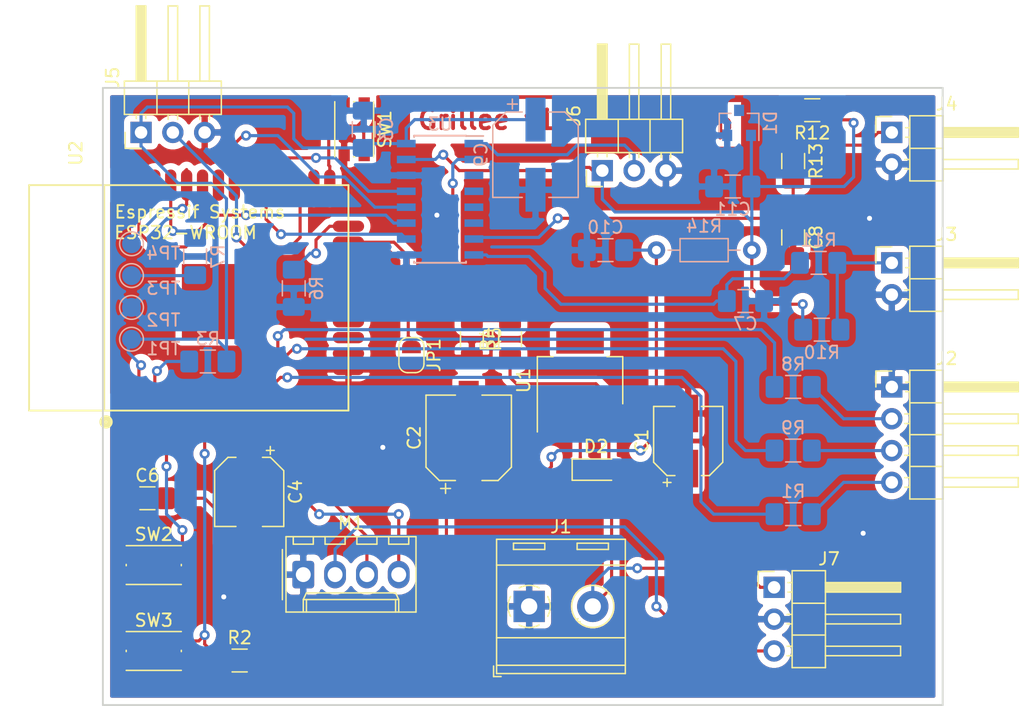
<source format=kicad_pcb>
(kicad_pcb (version 20171130) (host pcbnew 5.1.6-c6e7f7d~87~ubuntu20.04.1)
  (layers (0 F.Cu signal) (31 B.Cu signal) (34 B.Paste user) (35 F.Paste user) (36 B.SilkS user) (37 F.SilkS user) (38 B.Mask user) (39 F.Mask user) (44 Edge.Cuts user))
  (net 0 "")
  (net 1 GND)
  (net 2 +3V3)
  (net 3 /TXD)
  (net 4 /RXD)
  (net 5 /WEB_UPDATE)
  (net 6 /EN)
  (net 7 "Net-(R6-Pad2)")
  (net 8 "Net-(R7-Pad2)")
  (net 9 /IO0)
  (net 10 +12V)
  (net 11 /FAN_RPM)
  (net 12 /FAN_PWM)
  (net 13 /BUZZER)
  (net 14 /LED_B)
  (net 15 /LED_R)
  (net 16 /LED_G)
  (net 17 /VREF)
  (net 18 /PROBE1)
  (net 19 /PROBE2)
  (net 20 /ADC_DIN)
  (net 21 /ADC_DOUT)
  (net 22 /ADC_CLK)
  (net 23 /ADC_CS)
  (net 24 "Net-(J2-Pad3)")
  (net 25 "Net-(J2-Pad2)")
  (net 26 "Net-(J2-Pad4)")
  (net 27 /ADC_PROBE1)
  (net 28 /ADC_POTI)
  (net 29 /ADC_BATTERY)
  (net 30 /ADC_PROBE2)
  (net 31 "Net-(U2-Pad36)")
  (net 32 "Net-(U2-Pad33)")
  (net 33 "Net-(U2-Pad32)")
  (net 34 "Net-(U2-Pad28)")
  (net 35 "Net-(U2-Pad26)")
  (net 36 "Net-(JP1-Pad1)")
  (net 37 "Net-(U2-Pad22)")
  (net 38 "Net-(U2-Pad21)")
  (net 39 "Net-(U2-Pad20)")
  (net 40 "Net-(U2-Pad19)")
  (net 41 "Net-(U2-Pad18)")
  (net 42 "Net-(U2-Pad17)")
  (net 43 "Net-(U2-Pad16)")
  (net 44 "Net-(U2-Pad14)")
  (net 45 "Net-(U2-Pad13)")
  (net 46 "Net-(U2-Pad7)")
  (net 47 "Net-(U2-Pad5)")
  (net 48 "Net-(U2-Pad4)")
  (net 49 "Net-(U3-Pad3)")
  (net 50 "Net-(U3-Pad4)")
  (net 51 "Net-(U3-Pad5)")
  (net 52 "Net-(U3-Pad6)")
  (net 53 +BATT)
  (module TerminalBlock_RND:TerminalBlock_RND_205-00287_1x02_P5.08mm_Horizontal (layer F.Cu) (at 72.39 119.126)
    (fp_text reference J1 (at 2.54 -6.36) (layer F.SilkS))
    (fp_text value "Power Supply")
    (pad 1 thru_hole rect (at 0 0) (size 2.5 2.5) (drill 1.3) (layers *.Cu *.Mask) (net 1 GND))
    (pad 2 thru_hole circle (at 5.08 0) (size 2.5 2.5) (drill 1.3) (layers *.Cu *.Mask) (net 53 +BATT))
  )
  (module Resistor_SMD:R_1206_3216Metric_Pad1.42x1.75mm_HandSolder (layer B.Cu) (at 95.758 97.028)
    (fp_text reference R10 (at 0 1.82) (layer B.SilkS) (effects (justify mirror)))
    (fp_text value 47k)
    (pad 1 smd roundrect (at -1.4875 0) (size 1.425 1.75) (layers B.Cu B.Paste B.Mask) (roundrect_rratio 0.175439) (net 17 /VREF))
    (pad 2 smd roundrect (at 1.4875 0) (size 1.425 1.75) (layers B.Cu B.Paste B.Mask) (roundrect_rratio 0.175439) (net 18 /PROBE1))
  )
  (module ESP-32:ESP32-WROOM (layer F.Cu) (at 45.212 94.488 270)
    (fp_text reference U2 (at -11.557 9.017 270) (layer F.SilkS))
    (fp_text value ESP-32_WROOM32)
    (fp_text user "Espressif Systems" (at -6.858 -0.889) (layer F.SilkS))
    (fp_text user ESP32-WROOM (at -5.207 0.254) (layer F.SilkS))
    (pad 38 smd oval (at -9 5.25 270) (size 2.5 0.9) (layers F.Cu F.Paste F.Mask) (net 1 GND))
    (pad 37 smd oval (at -9 3.98 270) (size 2.5 0.9) (layers F.Cu F.Paste F.Mask) (net 20 /ADC_DIN))
    (pad 36 smd oval (at -9 2.71 270) (size 2.5 0.9) (layers F.Cu F.Paste F.Mask) (net 31 "Net-(U2-Pad36)"))
    (pad 35 smd oval (at -9 1.44 270) (size 2.5 0.9) (layers F.Cu F.Paste F.Mask) (net 8 "Net-(R7-Pad2)"))
    (pad 34 smd oval (at -9 0.17 270) (size 2.5 0.9) (layers F.Cu F.Paste F.Mask) (net 4 /RXD))
    (pad 33 smd oval (at -9 -1.1 270) (size 2.5 0.9) (layers F.Cu F.Paste F.Mask) (net 32 "Net-(U2-Pad33)"))
    (pad 32 smd oval (at -9 -2.37 270) (size 2.5 0.9) (layers F.Cu F.Paste F.Mask) (net 33 "Net-(U2-Pad32)"))
    (pad 31 smd oval (at -9 -3.64 270) (size 2.5 0.9) (layers F.Cu F.Paste F.Mask) (net 21 /ADC_DOUT))
    (pad 30 smd oval (at -9 -4.91 270) (size 2.5 0.9) (layers F.Cu F.Paste F.Mask) (net 22 /ADC_CLK))
    (pad 29 smd oval (at -9 -6.18 270) (size 2.5 0.9) (layers F.Cu F.Paste F.Mask) (net 23 /ADC_CS))
    (pad 28 smd oval (at -9 -7.45 270) (size 2.5 0.9) (layers F.Cu F.Paste F.Mask) (net 34 "Net-(U2-Pad28)"))
    (pad 27 smd oval (at -9 -8.72 270) (size 2.5 0.9) (layers F.Cu F.Paste F.Mask) (net 13 /BUZZER))
    (pad 26 smd oval (at -9 -9.99 270) (size 2.5 0.9) (layers F.Cu F.Paste F.Mask) (net 35 "Net-(U2-Pad26)"))
    (pad 25 smd oval (at -9 -11.26 270) (size 2.5 0.9) (layers F.Cu F.Paste F.Mask) (net 9 /IO0))
    (pad 24 smd oval (at -5.715 -12.75 270) (size 0.9 2.5) (layers F.Cu F.Paste F.Mask) (net 7 "Net-(R6-Pad2)"))
    (pad 23 smd oval (at -4.445 -12.75 270) (size 0.9 2.5) (layers F.Cu F.Paste F.Mask) (net 36 "Net-(JP1-Pad1)"))
    (pad 22 smd oval (at -3.175 -12.75 270) (size 0.9 2.5) (layers F.Cu F.Paste F.Mask) (net 37 "Net-(U2-Pad22)"))
    (pad 21 smd oval (at -1.905 -12.75 270) (size 0.9 2.5) (layers F.Cu F.Paste F.Mask) (net 38 "Net-(U2-Pad21)"))
    (pad 20 smd oval (at -0.635 -12.75 270) (size 0.9 2.5) (layers F.Cu F.Paste F.Mask) (net 39 "Net-(U2-Pad20)"))
    (pad 19 smd oval (at 0.635 -12.75 270) (size 0.9 2.5) (layers F.Cu F.Paste F.Mask) (net 40 "Net-(U2-Pad19)"))
    (pad 18 smd oval (at 1.905 -12.75 270) (size 0.9 2.5) (layers F.Cu F.Paste F.Mask) (net 41 "Net-(U2-Pad18)"))
    (pad 17 smd oval (at 3.175 -12.75 270) (size 0.9 2.5) (layers F.Cu F.Paste F.Mask) (net 42 "Net-(U2-Pad17)"))
    (pad 16 smd oval (at 4.445 -12.75 270) (size 0.9 2.5) (layers F.Cu F.Paste F.Mask) (net 43 "Net-(U2-Pad16)"))
    (pad 15 smd oval (at 5.715 -12.75 270) (size 0.9 2.5) (layers F.Cu F.Paste F.Mask) (net 1 GND))
    (pad 14 smd oval (at 9 -11.26 270) (size 2.5 0.9) (layers F.Cu F.Paste F.Mask) (net 44 "Net-(U2-Pad14)"))
    (pad 13 smd oval (at 9 -9.99 270) (size 2.5 0.9) (layers F.Cu F.Paste F.Mask) (net 45 "Net-(U2-Pad13)"))
    (pad 12 smd oval (at 9 -8.72 270) (size 2.5 0.9) (layers F.Cu F.Paste F.Mask) (net 11 /FAN_RPM))
    (pad 11 smd oval (at 9 -7.45 270) (size 2.5 0.9) (layers F.Cu F.Paste F.Mask) (net 12 /FAN_PWM))
    (pad 10 smd oval (at 9 -6.18 270) (size 2.5 0.9) (layers F.Cu F.Paste F.Mask) (net 14 /LED_B))
    (pad 9 smd oval (at 9 -4.91 270) (size 2.5 0.9) (layers F.Cu F.Paste F.Mask) (net 16 /LED_G))
    (pad 8 smd oval (at 9 -3.64 270) (size 2.5 0.9) (layers F.Cu F.Paste F.Mask) (net 15 /LED_R))
    (pad 7 smd oval (at 9 -2.37 270) (size 2.5 0.9) (layers F.Cu F.Paste F.Mask) (net 46 "Net-(U2-Pad7)"))
    (pad 6 smd oval (at 9 -1.1 270) (size 2.5 0.9) (layers F.Cu F.Paste F.Mask) (net 5 /WEB_UPDATE))
    (pad 5 smd oval (at 9 0.17 270) (size 2.5 0.9) (layers F.Cu F.Paste F.Mask) (net 47 "Net-(U2-Pad5)"))
    (pad 4 smd oval (at 9 1.44 270) (size 2.5 0.9) (layers F.Cu F.Paste F.Mask) (net 48 "Net-(U2-Pad4)"))
    (pad 3 smd oval (at 9 2.71 270) (size 2.5 0.9) (layers F.Cu F.Paste F.Mask) (net 6 /EN))
    (pad 2 smd oval (at 9 3.98 270) (size 2.5 0.9) (layers F.Cu F.Paste F.Mask) (net 2 +3V3))
    (pad 1 smd oval (at 9 5.25 270) (size 2.5 0.9) (layers F.Cu F.Paste F.Mask) (net 1 GND))
    (pad 39 smd rect (at 0.3 -2.45 270) (size 6 6) (layers F.Cu F.Paste F.Mask))
  )
  (module Capacitor_SMD:CP_Elec_5x4.4 (layer F.Cu) (at 85.09 105.918 90)
    (fp_text reference C1 (at 0 -3.7 90) (layer F.SilkS))
    (fp_text value 10µF)
    (pad 1 smd rect (at -2.2 0 90) (size 3 1.6) (layers F.Cu F.Paste F.Mask) (net 53 +BATT))
    (pad 2 smd rect (at 2.2 0 90) (size 3 1.6) (layers F.Cu F.Paste F.Mask) (net 1 GND))
  )
  (module Capacitor_SMD:CP_Elec_6.3x5.4 (layer F.Cu) (at 67.564 105.664 90)
    (fp_text reference C2 (at 0 -4.35 90) (layer F.SilkS))
    (fp_text value 100µF)
    (pad 1 smd rect (at -2.8 0 90) (size 3.5 1.6) (layers F.Cu F.Paste F.Mask) (net 2 +3V3))
    (pad 2 smd rect (at 2.8 0 90) (size 3.5 1.6) (layers F.Cu F.Paste F.Mask) (net 1 GND))
  )
  (module Capacitor_SMD:C_1206_3216Metric_Pad1.42x1.75mm_HandSolder (layer B.Cu) (at 59.182 81.026 90)
    (fp_text reference C3 (at 0 1.82 90) (layer B.SilkS) (effects (justify mirror)))
    (fp_text value 100nF)
    (pad 1 smd roundrect (at -1.4875 0 90) (size 1.425 1.75) (layers B.Cu B.Paste B.Mask) (roundrect_rratio 0.175439) (net 2 +3V3))
    (pad 2 smd roundrect (at 1.4875 0 90) (size 1.425 1.75) (layers B.Cu B.Paste B.Mask) (roundrect_rratio 0.175439) (net 1 GND))
  )
  (module Capacitor_SMD:CP_Elec_5x4.4 (layer F.Cu) (at 50.038 109.982 270)
    (fp_text reference C4 (at 0 -3.7 270) (layer F.SilkS))
    (fp_text value 10µF)
    (pad 2 smd rect (at 2.2 0 270) (size 3 1.6) (layers F.Cu F.Paste F.Mask) (net 1 GND))
    (pad 1 smd rect (at -2.2 0 270) (size 3 1.6) (layers F.Cu F.Paste F.Mask) (net 2 +3V3))
  )
  (module Capacitor_SMD:C_1206_3216Metric_Pad1.42x1.75mm_HandSolder (layer F.Cu) (at 41.91 110.49)
    (fp_text reference C6 (at 0 -1.82) (layer F.SilkS))
    (fp_text value 100nF)
    (pad 1 smd roundrect (at -1.4875 0) (size 1.425 1.75) (layers F.Cu F.Paste F.Mask) (roundrect_rratio 0.175439) (net 1 GND))
    (pad 2 smd roundrect (at 1.4875 0) (size 1.425 1.75) (layers F.Cu F.Paste F.Mask) (roundrect_rratio 0.175439) (net 2 +3V3))
  )
  (module Diode_SMD:D_SOD-323_HandSoldering (layer F.Cu) (at 77.724 108.204)
    (fp_text reference D2 (at 0 -1.85) (layer F.SilkS))
    (fp_text value DIODE)
    (pad 1 smd rect (at -1.25 0) (size 1 1) (layers F.Cu F.Paste F.Mask) (net 2 +3V3))
    (pad 2 smd rect (at 1.25 0) (size 1 1) (layers F.Cu F.Paste F.Mask) (net 53 +BATT))
  )
  (module Resistor_SMD:R_1206_3216Metric_Pad1.42x1.75mm_HandSolder (layer B.Cu) (at 93.472 111.76 180)
    (fp_text reference R1 (at 0 1.82 180) (layer B.SilkS) (effects (justify mirror)))
    (fp_text value 6.8)
    (pad 2 smd roundrect (at 1.4875 0 180) (size 1.425 1.75) (layers B.Cu B.Paste B.Mask) (roundrect_rratio 0.175439) (net 14 /LED_B))
    (pad 1 smd roundrect (at -1.4875 0 180) (size 1.425 1.75) (layers B.Cu B.Paste B.Mask) (roundrect_rratio 0.175439) (net 26 "Net-(J2-Pad4)"))
  )
  (module Resistor_SMD:R_1206_3216Metric_Pad1.42x1.75mm_HandSolder (layer F.Cu) (at 49.276 123.444)
    (fp_text reference R2 (at 0 -1.82) (layer F.SilkS))
    (fp_text value 10k)
    (pad 1 smd roundrect (at -1.4875 0) (size 1.425 1.75) (layers F.Cu F.Paste F.Mask) (roundrect_rratio 0.175439) (net 5 /WEB_UPDATE))
    (pad 2 smd roundrect (at 1.4875 0) (size 1.425 1.75) (layers F.Cu F.Paste F.Mask) (roundrect_rratio 0.175439) (net 2 +3V3))
  )
  (module Resistor_SMD:R_1206_3216Metric_Pad1.42x1.75mm_HandSolder (layer B.Cu) (at 46.736 99.568 180)
    (fp_text reference R3 (at 0 1.82 180) (layer B.SilkS) (effects (justify mirror)))
    (fp_text value 10k)
    (pad 1 smd roundrect (at -1.4875 0 180) (size 1.425 1.75) (layers B.Cu B.Paste B.Mask) (roundrect_rratio 0.175439) (net 2 +3V3))
    (pad 2 smd roundrect (at 1.4875 0 180) (size 1.425 1.75) (layers B.Cu B.Paste B.Mask) (roundrect_rratio 0.175439) (net 6 /EN))
  )
  (module Resistor_SMD:R_1206_3216Metric_Pad1.42x1.75mm_HandSolder (layer F.Cu) (at 70.866 97.79 90)
    (fp_text reference R4 (at 0 -1.82 90) (layer F.SilkS))
    (fp_text value 10k)
    (pad 2 smd roundrect (at 1.4875 0 90) (size 1.425 1.75) (layers F.Cu F.Paste F.Mask) (roundrect_rratio 0.175439) (net 29 /ADC_BATTERY))
    (pad 1 smd roundrect (at -1.4875 0 90) (size 1.425 1.75) (layers F.Cu F.Paste F.Mask) (roundrect_rratio 0.175439) (net 53 +BATT))
  )
  (module Resistor_SMD:R_1206_3216Metric_Pad1.42x1.75mm_HandSolder (layer F.Cu) (at 67.818 97.79 270)
    (fp_text reference R5 (at 0 -1.82 270) (layer F.SilkS))
    (fp_text value 1k)
    (pad 1 smd roundrect (at -1.4875 0 270) (size 1.425 1.75) (layers F.Cu F.Paste F.Mask) (roundrect_rratio 0.175439) (net 29 /ADC_BATTERY))
    (pad 2 smd roundrect (at 1.4875 0 270) (size 1.425 1.75) (layers F.Cu F.Paste F.Mask) (roundrect_rratio 0.175439) (net 1 GND))
  )
  (module Resistor_SMD:R_1206_3216Metric_Pad1.42x1.75mm_HandSolder (layer B.Cu) (at 53.594 93.726 90)
    (fp_text reference R6 (at 0 1.82 90) (layer B.SilkS) (effects (justify mirror)))
    (fp_text value 5k)
    (pad 1 smd roundrect (at -1.4875 0 90) (size 1.425 1.75) (layers B.Cu B.Paste B.Mask) (roundrect_rratio 0.175439) (net 1 GND))
    (pad 2 smd roundrect (at 1.4875 0 90) (size 1.425 1.75) (layers B.Cu B.Paste B.Mask) (roundrect_rratio 0.175439) (net 7 "Net-(R6-Pad2)"))
  )
  (module Resistor_SMD:R_1206_3216Metric_Pad1.42x1.75mm_HandSolder (layer B.Cu) (at 45.72 91.186 90)
    (fp_text reference R7 (at 0 1.82 90) (layer B.SilkS) (effects (justify mirror)))
    (fp_text value 470)
    (pad 2 smd roundrect (at 1.4875 0 90) (size 1.425 1.75) (layers B.Cu B.Paste B.Mask) (roundrect_rratio 0.175439) (net 8 "Net-(R7-Pad2)"))
    (pad 1 smd roundrect (at -1.4875 0 90) (size 1.425 1.75) (layers B.Cu B.Paste B.Mask) (roundrect_rratio 0.175439) (net 3 /TXD))
  )
  (module Button_Switch_SMD:SW_SPST_KMR2 (layer F.Cu) (at 58.42 81.026 270)
    (fp_text reference SW1 (at 0 -2.45 270) (layer F.SilkS))
    (fp_text value Prog)
    (pad 2 smd rect (at 2.05 0.8) (size 0.9 1) (layers F.Cu F.Paste F.Mask) (net 1 GND))
    (pad 1 smd rect (at 2.05 -0.8) (size 0.9 1) (layers F.Cu F.Paste F.Mask) (net 9 /IO0))
    (pad 2 smd rect (at -2.05 0.8) (size 0.9 1) (layers F.Cu F.Paste F.Mask) (net 1 GND))
    (pad 1 smd rect (at -2.05 -0.8) (size 0.9 1) (layers F.Cu F.Paste F.Mask) (net 9 /IO0))
  )
  (module Button_Switch_SMD:SW_SPST_KMR2 (layer F.Cu) (at 42.418 115.824)
    (fp_text reference SW2 (at 0 -2.45) (layer F.SilkS))
    (fp_text value Reset)
    (pad 1 smd rect (at -2.05 -0.8 90) (size 0.9 1) (layers F.Cu F.Paste F.Mask) (net 6 /EN))
    (pad 2 smd rect (at -2.05 0.8 90) (size 0.9 1) (layers F.Cu F.Paste F.Mask) (net 1 GND))
    (pad 1 smd rect (at 2.05 -0.8 90) (size 0.9 1) (layers F.Cu F.Paste F.Mask) (net 6 /EN))
    (pad 2 smd rect (at 2.05 0.8 90) (size 0.9 1) (layers F.Cu F.Paste F.Mask) (net 1 GND))
  )
  (module Button_Switch_SMD:SW_SPST_KMR2 (layer F.Cu) (at 42.418 122.682)
    (fp_text reference SW3 (at 0 -2.45) (layer F.SilkS))
    (fp_text value Webupdate)
    (pad 1 smd rect (at -2.05 -0.8 90) (size 0.9 1) (layers F.Cu F.Paste F.Mask) (net 5 /WEB_UPDATE))
    (pad 2 smd rect (at -2.05 0.8 90) (size 0.9 1) (layers F.Cu F.Paste F.Mask) (net 1 GND))
    (pad 1 smd rect (at 2.05 -0.8 90) (size 0.9 1) (layers F.Cu F.Paste F.Mask) (net 5 /WEB_UPDATE))
    (pad 2 smd rect (at 2.05 0.8 90) (size 0.9 1) (layers F.Cu F.Paste F.Mask) (net 1 GND))
  )
  (module Package_TO_SOT_SMD:SOT-223 (layer F.Cu) (at 76.454 101.092 90)
    (fp_text reference U1 (at 0 -4.5 90) (layer F.SilkS))
    (fp_text value LM1117-3.3)
    (pad 4 smd rect (at 3.15 0 90) (size 2 3.8) (layers F.Cu F.Paste F.Mask))
    (pad 2 smd rect (at -3.15 0 90) (size 2 1.5) (layers F.Cu F.Paste F.Mask) (net 2 +3V3))
    (pad 3 smd rect (at -3.15 2.3 90) (size 2 1.5) (layers F.Cu F.Paste F.Mask) (net 53 +BATT))
    (pad 1 smd rect (at -3.15 -2.3 90) (size 2 1.5) (layers F.Cu F.Paste F.Mask) (net 1 GND))
  )
  (module TestPoint:TestPoint_Pad_D1.5mm (layer B.Cu) (at 40.64 95.25)
    (fp_text reference TP2 (at 2.54 1.016) (layer B.SilkS) (effects (justify mirror)))
    (fp_text value TestPoint hide)
    (pad 1 smd circle (at 0 0) (size 1.5 1.5) (layers B.Cu B.Mask) (net 1 GND))
  )
  (module Resistor_SMD:R_1206_3216Metric_Pad1.42x1.75mm_HandSolder (layer B.Cu) (at 93.472 101.6 180)
    (fp_text reference R8 (at 0 1.82 180) (layer B.SilkS) (effects (justify mirror)))
    (fp_text value 56)
    (pad 1 smd roundrect (at -1.4875 0 180) (size 1.425 1.75) (layers B.Cu B.Paste B.Mask) (roundrect_rratio 0.175439) (net 25 "Net-(J2-Pad2)"))
    (pad 2 smd roundrect (at 1.4875 0 180) (size 1.425 1.75) (layers B.Cu B.Paste B.Mask) (roundrect_rratio 0.175439) (net 15 /LED_R))
  )
  (module Resistor_SMD:R_1206_3216Metric_Pad1.42x1.75mm_HandSolder (layer B.Cu) (at 93.472 106.68 180)
    (fp_text reference R9 (at 0 1.82 180) (layer B.SilkS) (effects (justify mirror)))
    (fp_text value 6.8)
    (pad 2 smd roundrect (at 1.4875 0 180) (size 1.425 1.75) (layers B.Cu B.Paste B.Mask) (roundrect_rratio 0.175439) (net 16 /LED_G))
    (pad 1 smd roundrect (at -1.4875 0 180) (size 1.425 1.75) (layers B.Cu B.Paste B.Mask) (roundrect_rratio 0.175439) (net 24 "Net-(J2-Pad3)"))
  )
  (module Capacitor_SMD:C_1206_3216Metric_Pad1.42x1.75mm_HandSolder (layer B.Cu) (at 89.662 94.742)
    (fp_text reference C7 (at 0 1.82) (layer B.SilkS) (effects (justify mirror)))
    (fp_text value 100nF)
    (pad 1 smd roundrect (at -1.4875 0) (size 1.425 1.75) (layers B.Cu B.Paste B.Mask) (roundrect_rratio 0.175439) (net 27 /ADC_PROBE1))
    (pad 2 smd roundrect (at 1.4875 0) (size 1.425 1.75) (layers B.Cu B.Paste B.Mask) (roundrect_rratio 0.175439) (net 1 GND))
  )
  (module Capacitor_SMD:C_1206_3216Metric_Pad1.42x1.75mm_HandSolder (layer F.Cu) (at 93.472 89.662 270)
    (fp_text reference C8 (at 0 -1.82 270) (layer F.SilkS))
    (fp_text value 100nF)
    (pad 2 smd roundrect (at 1.4875 0 270) (size 1.425 1.75) (layers F.Cu F.Paste F.Mask) (roundrect_rratio 0.175439) (net 1 GND))
    (pad 1 smd roundrect (at -1.4875 0 270) (size 1.425 1.75) (layers F.Cu F.Paste F.Mask) (roundrect_rratio 0.175439) (net 30 /ADC_PROBE2))
  )
  (module Capacitor_SMD:CP_Elec_6.3x5.4 (layer B.Cu) (at 72.898 83.058 270)
    (fp_text reference C9 (at 0 4.35 270) (layer B.SilkS) (effects (justify mirror)))
    (fp_text value 10µF)
    (pad 1 smd rect (at -2.8 0 270) (size 3.5 1.6) (layers B.Cu B.Paste B.Mask) (net 2 +3V3))
    (pad 2 smd rect (at 2.8 0 270) (size 3.5 1.6) (layers B.Cu B.Paste B.Mask) (net 1 GND))
  )
  (module Capacitor_SMD:C_1206_3216Metric_Pad1.42x1.75mm_HandSolder (layer B.Cu) (at 78.486 90.678 180)
    (fp_text reference C10 (at 0 1.82 180) (layer B.SilkS) (effects (justify mirror)))
    (fp_text value 100nF)
    (pad 1 smd roundrect (at -1.4875 0 180) (size 1.425 1.75) (layers B.Cu B.Paste B.Mask) (roundrect_rratio 0.175439) (net 2 +3V3))
    (pad 2 smd roundrect (at 1.4875 0 180) (size 1.425 1.75) (layers B.Cu B.Paste B.Mask) (roundrect_rratio 0.175439) (net 1 GND))
  )
  (module Capacitor_SMD:C_1206_3216Metric_Pad1.42x1.75mm_HandSolder (layer B.Cu) (at 88.646 85.598)
    (fp_text reference C11 (at 0 1.82) (layer B.SilkS) (effects (justify mirror)))
    (fp_text value 100nF)
    (pad 2 smd roundrect (at 1.4875 0) (size 1.425 1.75) (layers B.Cu B.Paste B.Mask) (roundrect_rratio 0.175439) (net 17 /VREF))
    (pad 1 smd roundrect (at -1.4875 0) (size 1.425 1.75) (layers B.Cu B.Paste B.Mask) (roundrect_rratio 0.175439) (net 1 GND))
  )
  (module Resistor_SMD:R_1206_3216Metric_Pad1.42x1.75mm_HandSolder (layer B.Cu) (at 95.504 91.694 180)
    (fp_text reference R11 (at 0 1.82 180) (layer B.SilkS) (effects (justify mirror)))
    (fp_text value 1k)
    (pad 2 smd roundrect (at 1.4875 0 180) (size 1.425 1.75) (layers B.Cu B.Paste B.Mask) (roundrect_rratio 0.175439) (net 27 /ADC_PROBE1))
    (pad 1 smd roundrect (at -1.4875 0 180) (size 1.425 1.75) (layers B.Cu B.Paste B.Mask) (roundrect_rratio 0.175439) (net 18 /PROBE1))
  )
  (module Resistor_SMD:R_1206_3216Metric_Pad1.42x1.75mm_HandSolder (layer F.Cu) (at 94.996 79.502 180)
    (fp_text reference R12 (at 0 -1.82 180) (layer F.SilkS))
    (fp_text value 47k)
    (pad 2 smd roundrect (at 1.4875 0 180) (size 1.425 1.75) (layers F.Cu F.Paste F.Mask) (roundrect_rratio 0.175439) (net 19 /PROBE2))
    (pad 1 smd roundrect (at -1.4875 0 180) (size 1.425 1.75) (layers F.Cu F.Paste F.Mask) (roundrect_rratio 0.175439) (net 17 /VREF))
  )
  (module Resistor_SMD:R_1206_3216Metric_Pad1.42x1.75mm_HandSolder (layer F.Cu) (at 93.472 83.566 270)
    (fp_text reference R13 (at 0 -1.82 270) (layer F.SilkS))
    (fp_text value 1k)
    (pad 1 smd roundrect (at -1.4875 0 270) (size 1.425 1.75) (layers F.Cu F.Paste F.Mask) (roundrect_rratio 0.175439) (net 19 /PROBE2))
    (pad 2 smd roundrect (at 1.4875 0 270) (size 1.425 1.75) (layers F.Cu F.Paste F.Mask) (roundrect_rratio 0.175439) (net 30 /ADC_PROBE2))
  )
  (module Package_SO:SOIC-16_3.9x9.9mm_P1.27mm (layer B.Cu) (at 65.278 86.614 180)
    (fp_text reference U3 (at 0 6 180) (layer B.SilkS) (effects (justify mirror)))
    (fp_text value MCP3208)
    (pad 1 smd rect (at -2.7 4.445 180) (size 1.5 0.6) (layers B.Cu B.Paste B.Mask) (net 28 /ADC_POTI))
    (pad 2 smd rect (at -2.7 3.175 180) (size 1.5 0.6) (layers B.Cu B.Paste B.Mask) (net 29 /ADC_BATTERY))
    (pad 3 smd rect (at -2.7 1.905 180) (size 1.5 0.6) (layers B.Cu B.Paste B.Mask) (net 49 "Net-(U3-Pad3)"))
    (pad 4 smd rect (at -2.7 0.635 180) (size 1.5 0.6) (layers B.Cu B.Paste B.Mask) (net 50 "Net-(U3-Pad4)"))
    (pad 5 smd rect (at -2.7 -0.635 180) (size 1.5 0.6) (layers B.Cu B.Paste B.Mask) (net 51 "Net-(U3-Pad5)"))
    (pad 6 smd rect (at -2.7 -1.905 180) (size 1.5 0.6) (layers B.Cu B.Paste B.Mask) (net 52 "Net-(U3-Pad6)"))
    (pad 7 smd rect (at -2.7 -3.175 180) (size 1.5 0.6) (layers B.Cu B.Paste B.Mask) (net 30 /ADC_PROBE2))
    (pad 8 smd rect (at -2.7 -4.445 180) (size 1.5 0.6) (layers B.Cu B.Paste B.Mask) (net 27 /ADC_PROBE1))
    (pad 9 smd rect (at 2.7 -4.445 180) (size 1.5 0.6) (layers B.Cu B.Paste B.Mask) (net 1 GND))
    (pad 10 smd rect (at 2.7 -3.175 180) (size 1.5 0.6) (layers B.Cu B.Paste B.Mask) (net 23 /ADC_CS))
    (pad 11 smd rect (at 2.7 -1.905 180) (size 1.5 0.6) (layers B.Cu B.Paste B.Mask) (net 20 /ADC_DIN))
    (pad 12 smd rect (at 2.7 -0.635 180) (size 1.5 0.6) (layers B.Cu B.Paste B.Mask) (net 21 /ADC_DOUT))
    (pad 13 smd rect (at 2.7 0.635 180) (size 1.5 0.6) (layers B.Cu B.Paste B.Mask) (net 22 /ADC_CLK))
    (pad 14 smd rect (at 2.7 1.905 180) (size 1.5 0.6) (layers B.Cu B.Paste B.Mask) (net 1 GND))
    (pad 15 smd rect (at 2.7 3.175 180) (size 1.5 0.6) (layers B.Cu B.Paste B.Mask) (net 17 /VREF))
    (pad 16 smd rect (at 2.7 4.445 180) (size 1.5 0.6) (layers B.Cu B.Paste B.Mask) (net 2 +3V3))
  )
  (module TestPoint:TestPoint_Pad_D1.5mm (layer B.Cu) (at 40.64 97.79)
    (fp_text reference TP1 (at 2.54 0.762) (layer B.SilkS) (effects (justify mirror)))
    (fp_text value TestPoint hide)
    (pad 1 smd circle (at 0 0) (size 1.5 1.5) (layers B.Cu B.Mask) (net 2 +3V3))
  )
  (module TestPoint:TestPoint_Pad_D1.5mm (layer B.Cu) (at 40.64 92.71)
    (fp_text reference TP3 (at 2.54 1.016) (layer B.SilkS) (effects (justify mirror)))
    (fp_text value TestPoint hide)
    (pad 1 smd circle (at 0 0) (size 1.5 1.5) (layers B.Cu B.Mask) (net 3 /TXD))
  )
  (module TestPoint:TestPoint_Pad_D1.5mm (layer B.Cu) (at 40.64 90.17)
    (fp_text reference TP4 (at 2.54 0.762) (layer B.SilkS) (effects (justify mirror)))
    (fp_text value TestPoint hide)
    (pad 1 smd circle (at 0 0) (size 1.5 1.5) (layers B.Cu B.Mask) (net 4 /RXD))
  )
  (module Package_TO_SOT_SMD:SOT-23 (layer B.Cu) (at 89.154 80.518 90)
    (fp_text reference D1 (at 0 2.5 90) (layer B.SilkS) (effects (justify mirror)))
    (fp_text value LM4040DIM3-2.5)
    (pad 1 smd rect (at -1 0.95 90) (size 0.9 0.8) (layers B.Cu B.Paste B.Mask) (net 17 /VREF))
    (pad 2 smd rect (at -1 -0.95 90) (size 0.9 0.8) (layers B.Cu B.Paste B.Mask) (net 1 GND))
    (pad 3 smd rect (at 1 0 90) (size 0.9 0.8) (layers B.Cu B.Paste B.Mask))
  )
  (module Resistor_THT:R_Axial_DIN0204_L3.6mm_D1.6mm_P7.62mm_Horizontal (layer B.Cu) (at 90.17 90.678 180)
    (fp_text reference R14 (at 3.81 1.92 180) (layer B.SilkS) (effects (justify mirror)))
    (fp_text value 2.32k)
    (pad 1 thru_hole circle (at 0 0 180) (size 1.4 1.4) (drill 0.7) (layers *.Cu *.Mask) (net 17 /VREF))
    (pad 2 thru_hole oval (at 7.62 0 180) (size 1.4 1.4) (drill 0.7) (layers *.Cu *.Mask) (net 2 +3V3))
  )
  (module Connector_Molex:Molex_KK-254_AE-6410-04A_1x04_P2.54mm_Vertical (layer F.Cu) (at 54.356 116.586)
    (fp_text reference M1 (at 3.81 -4.12) (layer F.SilkS))
    (fp_text value Fan_4pin)
    (pad 1 thru_hole roundrect (at 0 0) (size 1.74 2.19) (drill 1.19) (layers *.Cu *.Mask) (roundrect_rratio 0.143678) (net 1 GND))
    (pad 2 thru_hole oval (at 2.54 0) (size 1.74 2.19) (drill 1.19) (layers *.Cu *.Mask) (net 10 +12V))
    (pad 3 thru_hole oval (at 5.08 0) (size 1.74 2.19) (drill 1.19) (layers *.Cu *.Mask) (net 11 /FAN_RPM))
    (pad 4 thru_hole oval (at 7.62 0) (size 1.74 2.19) (drill 1.19) (layers *.Cu *.Mask) (net 12 /FAN_PWM))
  )
  (module Connector_PinHeader_2.54mm:PinHeader_1x04_P2.54mm_Horizontal (layer F.Cu) (at 101.346 101.6)
    (fp_text reference J2 (at 4.385 -2.27) (layer F.SilkS))
    (fp_text value LED)
    (pad 1 thru_hole rect (at 0 0) (size 1.7 1.7) (drill 1) (layers *.Cu *.Mask) (net 1 GND))
    (pad 2 thru_hole oval (at 0 2.54) (size 1.7 1.7) (drill 1) (layers *.Cu *.Mask) (net 25 "Net-(J2-Pad2)"))
    (pad 3 thru_hole oval (at 0 5.08) (size 1.7 1.7) (drill 1) (layers *.Cu *.Mask) (net 24 "Net-(J2-Pad3)"))
    (pad 4 thru_hole oval (at 0 7.62) (size 1.7 1.7) (drill 1) (layers *.Cu *.Mask) (net 26 "Net-(J2-Pad4)"))
  )
  (module Connector_PinHeader_2.54mm:PinHeader_1x02_P2.54mm_Horizontal (layer F.Cu) (at 101.346 91.694)
    (fp_text reference J3 (at 4.385 -2.27) (layer F.SilkS))
    (fp_text value "Probe 1")
    (pad 1 thru_hole rect (at 0 0) (size 1.7 1.7) (drill 1) (layers *.Cu *.Mask) (net 18 /PROBE1))
    (pad 2 thru_hole oval (at 0 2.54) (size 1.7 1.7) (drill 1) (layers *.Cu *.Mask) (net 1 GND))
  )
  (module Connector_PinHeader_2.54mm:PinHeader_1x02_P2.54mm_Horizontal (layer F.Cu) (at 101.346 81.28)
    (fp_text reference J4 (at 4.385 -2.27) (layer F.SilkS))
    (fp_text value "Probe 2")
    (pad 2 thru_hole oval (at 0 2.54) (size 1.7 1.7) (drill 1) (layers *.Cu *.Mask) (net 1 GND))
    (pad 1 thru_hole rect (at 0 0) (size 1.7 1.7) (drill 1) (layers *.Cu *.Mask) (net 19 /PROBE2))
  )
  (module Connector_PinHeader_2.54mm:PinHeader_1x03_P2.54mm_Horizontal (layer F.Cu) (at 41.402 81.28 90)
    (fp_text reference J5 (at 4.385 -2.27 90) (layer F.SilkS))
    (fp_text value Buzzer)
    (pad 3 thru_hole oval (at 0 5.08 90) (size 1.7 1.7) (drill 1) (layers *.Cu *.Mask) (net 1 GND))
    (pad 2 thru_hole oval (at 0 2.54 90) (size 1.7 1.7) (drill 1) (layers *.Cu *.Mask) (net 13 /BUZZER))
    (pad 1 thru_hole rect (at 0 0 90) (size 1.7 1.7) (drill 1) (layers *.Cu *.Mask) (net 2 +3V3))
  )
  (module Connector_PinHeader_2.54mm:PinHeader_1x03_P2.54mm_Horizontal (layer F.Cu) (at 78.232 84.328 90)
    (fp_text reference J6 (at 4.385 -2.27 90) (layer F.SilkS))
    (fp_text value Poti)
    (pad 3 thru_hole oval (at 0 5.08 90) (size 1.7 1.7) (drill 1) (layers *.Cu *.Mask) (net 1 GND))
    (pad 2 thru_hole oval (at 0 2.54 90) (size 1.7 1.7) (drill 1) (layers *.Cu *.Mask) (net 28 /ADC_POTI))
    (pad 1 thru_hole rect (at 0 0 90) (size 1.7 1.7) (drill 1) (layers *.Cu *.Mask) (net 17 /VREF))
  )
  (module Connector_PinHeader_2.54mm:PinHeader_1x03_P2.54mm_Horizontal (layer F.Cu) (at 91.948 117.602)
    (fp_text reference J7 (at 4.385 -2.27) (layer F.SilkS))
    (fp_text value "Step Up")
    (pad 1 thru_hole rect (at 0 0) (size 1.7 1.7) (drill 1) (layers *.Cu *.Mask) (net 53 +BATT))
    (pad 2 thru_hole oval (at 0 2.54) (size 1.7 1.7) (drill 1) (layers *.Cu *.Mask) (net 1 GND))
    (pad 3 thru_hole oval (at 0 5.08) (size 1.7 1.7) (drill 1) (layers *.Cu *.Mask) (net 10 +12V))
  )
  (module Jumper:SolderJumper-2_P1.3mm_Open_RoundedPad1.0x1.5mm (layer F.Cu) (at 62.992 99.06 270)
    (fp_text reference JP1 (at 0 -1.8 270) (layer F.SilkS))
    (fp_text value "Suppress Serial")
    (pad 1 smd custom (at -0.65 0 270) (size 1 0.5) (layers F.Cu F.Mask) (net 36 "Net-(JP1-Pad1)") (options (clearance outline) (anchor rect)) (primitives (gr_circle (center 0 0.25) (end 0.5 0.25) (width 0)) (gr_circle (center 0 -0.25) (end 0.5 -0.25) (width 0)) (gr_poly (pts (xy 0 -0.75) (xy 0.5 -0.75) (xy 0.5 0.75) (xy 0 0.75)) (width 0))))
    (pad 2 smd custom (at 0.65 0 270) (size 1 0.5) (layers F.Cu F.Mask) (net 1 GND) (options (clearance outline) (anchor rect)) (primitives (gr_circle (center 0 0.25) (end 0.5 0.25) (width 0)) (gr_circle (center 0 -0.25) (end 0.5 -0.25) (width 0)) (gr_poly (pts (xy 0 -0.75) (xy -0.5 -0.75) (xy -0.5 0.75) (xy 0 0.75)) (width 0))))
  )
  (gr_line (start 38.354 77.724) (end 105.41 77.724) (layer Edge.Cuts) (width 0.15))
  (gr_line (start 38.354 77.724) (end 38.354 127) (layer Edge.Cuts) (width 0.15))
  (gr_line (start 105.41 127) (end 38.354 127) (layer Edge.Cuts) (width 0.15))
  (gr_line (start 105.41 77.724) (end 105.41 127) (layer Edge.Cuts) (width 0.15))
  (gr_text "Grillee v1.0" (at 70.104 80.264) (layer F.Cu) (effects (font (size 1.5 1.5) (thickness 0.3))))
  (gr_text top (at 86.868 80.518) (layer F.Cu) (effects (font (size 1.5 1.5) (thickness 0.3))))
  (via (at 60.706 106.426) (size 0.8) (drill 0.4) (layers F.Cu B.Cu) (net 1))
  (via (at 99.06 113.284) (size 0.8) (drill 0.4) (layers F.Cu B.Cu) (net 1))
  (via (at 99.568 88.138) (size 0.8) (drill 0.4) (layers F.Cu B.Cu) (net 1))
  (via (at 65.024 87.884) (size 0.8) (drill 0.4) (layers F.Cu B.Cu) (net 1))
  (via (at 48.006 118.364) (size 0.8) (drill 0.4) (layers F.Cu B.Cu) (net 1))
  (segment (start 76.214 108.464) (end 76.474 108.204) (width 0.25) (layer F.Cu) (net 2))
  (segment (start 76.474 104.262) (end 76.454 104.242) (width 0.25) (layer F.Cu) (net 2))
  (segment (start 50.7635 123.444) (end 50.7635 122.469) (width 0.25) (layer F.Cu) (net 2))
  (segment (start 50.7635 123.444) (end 50.7635 117.0575) (width 0.25) (layer F.Cu) (net 2))
  (segment (start 50.7635 117.0575) (end 47.752 114.046) (width 0.25) (layer F.Cu) (net 2))
  (segment (start 50.038 107.974) (end 50.038 107.274) (width 0.25) (layer F.Cu) (net 2))
  (segment (start 47.752 110.26) (end 50.038 107.974) (width 0.25) (layer F.Cu) (net 2))
  (segment (start 40.386 98.85066) (end 41.402 99.86666) (width 0.25) (layer B.Cu) (net 2))
  (segment (start 40.386 97.79) (end 40.386 98.85066) (width 0.25) (layer B.Cu) (net 2))
  (via (at 41.402 99.86666) (size 0.8) (drill 0.4) (layers F.Cu B.Cu) (net 2))
  (segment (start 41.232 100.03666) (end 41.402 99.86666) (width 0.25) (layer F.Cu) (net 2))
  (segment (start 41.232 103.488) (end 41.232 100.03666) (width 0.25) (layer F.Cu) (net 2))
  (segment (start 41.44666 97.79) (end 40.386 97.79) (width 0.25) (layer B.Cu) (net 2))
  (segment (start 48.2235 98.593) (end 47.4205 97.79) (width 0.25) (layer B.Cu) (net 2))
  (segment (start 47.4205 97.79) (end 41.44666 97.79) (width 0.25) (layer B.Cu) (net 2))
  (segment (start 48.2235 99.568) (end 48.2235 98.593) (width 0.25) (layer B.Cu) (net 2))
  (segment (start 41.232 108.3245) (end 43.3975 110.49) (width 0.25) (layer F.Cu) (net 2))
  (segment (start 41.232 103.488) (end 41.232 108.3245) (width 0.25) (layer F.Cu) (net 2))
  (segment (start 46.482 110.49) (end 47.752 111.76) (width 0.25) (layer F.Cu) (net 2))
  (segment (start 43.3975 110.49) (end 46.482 110.49) (width 0.25) (layer F.Cu) (net 2))
  (segment (start 47.752 114.046) (end 47.752 111.76) (width 0.25) (layer F.Cu) (net 2))
  (segment (start 47.752 111.76) (end 47.752 110.26) (width 0.25) (layer F.Cu) (net 2))
  (segment (start 59.0185 82.169) (end 58.928 82.0785) (width 0.25) (layer B.Cu) (net 2))
  (segment (start 62.578 82.169) (end 59.0185 82.169) (width 0.25) (layer B.Cu) (net 2))
  (segment (start 79.9735 90.678) (end 82.55 90.678) (width 0.25) (layer B.Cu) (net 2))
  (segment (start 76.474 108.204) (end 76.474 107.188) (width 0.25) (layer F.Cu) (net 2))
  (segment (start 76.474 107.188) (end 76.474 104.262) (width 0.25) (layer F.Cu) (net 2))
  (segment (start 82.55 90.678) (end 82.55 91.667949) (width 0.25) (layer F.Cu) (net 2))
  (segment (start 82.55 91.667949) (end 82.55 105.156) (width 0.25) (layer F.Cu) (net 2))
  (segment (start 82.55 105.156) (end 82.55 105.41) (width 0.25) (layer F.Cu) (net 2))
  (via (at 81.28 106.68) (size 0.8) (drill 0.4) (layers F.Cu B.Cu) (net 2))
  (segment (start 82.55 105.41) (end 81.28 106.68) (width 0.25) (layer F.Cu) (net 2))
  (segment (start 81.28 106.68) (end 74.676 106.68) (width 0.25) (layer B.Cu) (net 2))
  (segment (start 74.676 106.68) (end 74.168 107.188) (width 0.25) (layer B.Cu) (net 2))
  (via (at 74.168 107.188) (size 0.8) (drill 0.4) (layers F.Cu B.Cu) (net 2))
  (segment (start 74.168 107.956) (end 73.66 108.464) (width 0.25) (layer F.Cu) (net 2))
  (segment (start 74.168 107.188) (end 74.168 107.956) (width 0.25) (layer F.Cu) (net 2))
  (segment (start 67.564 108.464) (end 73.66 108.464) (width 0.25) (layer F.Cu) (net 2))
  (segment (start 73.66 108.464) (end 76.214 108.464) (width 0.25) (layer F.Cu) (net 2))
  (segment (start 41.402 82.38) (end 44.366 85.344) (width 0.25) (layer B.Cu) (net 2))
  (segment (start 41.402 81.28) (end 41.402 82.38) (width 0.25) (layer B.Cu) (net 2))
  (segment (start 44.366 85.344) (end 46.99 85.344) (width 0.25) (layer B.Cu) (net 2))
  (segment (start 48.2235 86.5775) (end 48.2235 99.568) (width 0.25) (layer B.Cu) (net 2))
  (segment (start 46.99 85.344) (end 48.2235 86.5775) (width 0.25) (layer B.Cu) (net 2))
  (segment (start 72.898 80.258) (end 63.252 80.258) (width 0.25) (layer B.Cu) (net 2))
  (segment (start 62.578 80.932) (end 62.578 82.169) (width 0.25) (layer B.Cu) (net 2))
  (segment (start 63.252 80.258) (end 62.578 80.932) (width 0.25) (layer B.Cu) (net 2))
  (segment (start 54.3195 82.5135) (end 59.182 82.5135) (width 0.25) (layer B.Cu) (net 2))
  (segment (start 41.402 79.756) (end 41.91 79.248) (width 0.25) (layer B.Cu) (net 2))
  (segment (start 41.91 79.248) (end 53.086 79.248) (width 0.25) (layer B.Cu) (net 2))
  (segment (start 41.402 81.28) (end 41.402 79.756) (width 0.25) (layer B.Cu) (net 2))
  (segment (start 53.086 79.248) (end 53.594 79.756) (width 0.25) (layer B.Cu) (net 2))
  (segment (start 53.594 79.756) (end 53.594 81.788) (width 0.25) (layer B.Cu) (net 2))
  (segment (start 53.594 81.788) (end 54.3195 82.5135) (width 0.25) (layer B.Cu) (net 2))
  (segment (start 63.5 123.444) (end 50.7635 123.444) (width 0.25) (layer F.Cu) (net 2))
  (segment (start 64.77 122.174) (end 63.5 123.444) (width 0.25) (layer F.Cu) (net 2))
  (segment (start 66.514 108.464) (end 66.514 108.492) (width 0.25) (layer F.Cu) (net 2))
  (segment (start 66.514 108.492) (end 65.786 109.22) (width 0.25) (layer F.Cu) (net 2))
  (segment (start 65.786 116.586) (end 64.77 117.602) (width 0.25) (layer F.Cu) (net 2))
  (segment (start 67.564 108.464) (end 66.514 108.464) (width 0.25) (layer F.Cu) (net 2))
  (segment (start 65.786 109.22) (end 65.786 116.586) (width 0.25) (layer F.Cu) (net 2))
  (segment (start 64.77 117.602) (end 64.77 122.174) (width 0.25) (layer F.Cu) (net 2))
  (segment (start 45.6835 92.71) (end 45.72 92.6735) (width 0.25) (layer B.Cu) (net 3))
  (segment (start 40.386 92.71) (end 45.6835 92.71) (width 0.25) (layer B.Cu) (net 3))
  (segment (start 45.042 84.244) (end 44.958 84.328) (width 0.25) (layer F.Cu) (net 4))
  (segment (start 40.386 90.17) (end 41.135999 89.420001) (width 0.25) (layer B.Cu) (net 4))
  (segment (start 41.135999 89.420001) (end 43.18 87.376) (width 0.25) (layer B.Cu) (net 4))
  (via (at 44.704 87.376) (size 0.8) (drill 0.4) (layers F.Cu B.Cu) (net 4))
  (segment (start 43.18 87.376) (end 44.704 87.376) (width 0.25) (layer B.Cu) (net 4))
  (segment (start 45.042 87.038) (end 44.704 87.376) (width 0.25) (layer F.Cu) (net 4))
  (segment (start 45.042 85.488) (end 45.042 87.038) (width 0.25) (layer F.Cu) (net 4))
  (segment (start 41.118 121.882) (end 44.468 121.882) (width 0.25) (layer F.Cu) (net 5))
  (segment (start 40.368 121.882) (end 41.118 121.882) (width 0.25) (layer F.Cu) (net 5))
  (via (at 46.482 121.412) (size 0.8) (drill 0.4) (layers F.Cu B.Cu) (net 5))
  (segment (start 44.468 121.882) (end 46.012 121.882) (width 0.25) (layer F.Cu) (net 5))
  (segment (start 46.012 121.882) (end 46.482 121.412) (width 0.25) (layer F.Cu) (net 5))
  (segment (start 46.312 102.446) (end 46.482 102.616) (width 0.25) (layer F.Cu) (net 5))
  (segment (start 46.482 122.1375) (end 46.482 121.412) (width 0.25) (layer F.Cu) (net 5))
  (segment (start 47.7885 123.444) (end 46.482 122.1375) (width 0.25) (layer F.Cu) (net 5))
  (segment (start 46.482 121.412) (end 46.482 120.846315) (width 0.25) (layer B.Cu) (net 5))
  (via (at 46.482 106.934) (size 0.8) (drill 0.4) (layers F.Cu B.Cu) (net 5))
  (segment (start 46.482 120.846315) (end 46.482 106.934) (width 0.25) (layer B.Cu) (net 5))
  (segment (start 46.482 103.658) (end 46.312 103.488) (width 0.25) (layer F.Cu) (net 5))
  (segment (start 46.482 106.934) (end 46.482 103.658) (width 0.25) (layer F.Cu) (net 5))
  (segment (start 42.672 103.211) (end 42.672 102.616) (width 0.25) (layer F.Cu) (net 6))
  (segment (start 41.118 115.024) (end 44.468 115.024) (width 0.25) (layer F.Cu) (net 6))
  (segment (start 40.368 115.024) (end 41.118 115.024) (width 0.25) (layer F.Cu) (net 6))
  (segment (start 42.502 103.488) (end 42.502 100.5) (width 0.25) (layer F.Cu) (net 6))
  (via (at 42.672 100.33) (size 0.8) (drill 0.4) (layers F.Cu B.Cu) (net 6))
  (segment (start 42.502 100.5) (end 42.672 100.33) (width 0.25) (layer F.Cu) (net 6))
  (segment (start 43.434 99.568) (end 42.672 100.33) (width 0.25) (layer B.Cu) (net 6))
  (segment (start 45.2485 99.568) (end 43.434 99.568) (width 0.25) (layer B.Cu) (net 6))
  (segment (start 40.418 115.024) (end 40.368 115.024) (width 0.25) (layer F.Cu) (net 6))
  (segment (start 42.502 104.988) (end 43.434 105.92) (width 0.25) (layer F.Cu) (net 6))
  (segment (start 42.502 103.488) (end 42.502 104.988) (width 0.25) (layer F.Cu) (net 6))
  (via (at 43.434 107.95) (size 0.8) (drill 0.4) (layers F.Cu B.Cu) (net 6))
  (segment (start 43.434 105.92) (end 43.434 107.95) (width 0.25) (layer F.Cu) (net 6))
  (segment (start 43.434 107.95) (end 43.434 111.76) (width 0.25) (layer B.Cu) (net 6))
  (via (at 44.704 113.03) (size 0.8) (drill 0.4) (layers F.Cu B.Cu) (net 6))
  (segment (start 43.434 111.76) (end 44.704 113.03) (width 0.25) (layer B.Cu) (net 6))
  (segment (start 44.704 114.788) (end 44.468 115.024) (width 0.25) (layer F.Cu) (net 6))
  (segment (start 44.704 113.03) (end 44.704 114.788) (width 0.25) (layer F.Cu) (net 6))
  (segment (start 56.462 88.773) (end 55.372 89.863) (width 0.25) (layer F.Cu) (net 7))
  (segment (start 57.962 88.773) (end 56.462 88.773) (width 0.25) (layer F.Cu) (net 7))
  (via (at 55.372 90.932) (size 0.8) (drill 0.4) (layers F.Cu B.Cu) (net 7))
  (segment (start 55.372 89.863) (end 55.372 90.932) (width 0.25) (layer F.Cu) (net 7))
  (segment (start 54.9005 90.932) (end 53.594 92.2385) (width 0.25) (layer B.Cu) (net 7))
  (segment (start 55.372 90.932) (end 54.9005 90.932) (width 0.25) (layer B.Cu) (net 7))
  (segment (start 43.772 85.488) (end 43.772 88.984) (width 0.25) (layer F.Cu) (net 8))
  (via (at 43.942 89.154) (size 0.8) (drill 0.4) (layers F.Cu B.Cu) (net 8))
  (segment (start 43.772 88.984) (end 43.942 89.154) (width 0.25) (layer F.Cu) (net 8))
  (segment (start 45.1755 89.154) (end 45.72 89.6985) (width 0.25) (layer B.Cu) (net 8))
  (segment (start 43.942 89.154) (end 45.1755 89.154) (width 0.25) (layer B.Cu) (net 8))
  (segment (start 56.472 83.988) (end 56.388 83.904) (width 0.25) (layer F.Cu) (net 9))
  (segment (start 56.472 85.488) (end 56.472 83.988) (width 0.25) (layer F.Cu) (net 9))
  (segment (start 56.388 83.904) (end 56.388 81.788) (width 0.25) (layer F.Cu) (net 9))
  (segment (start 56.388 81.788) (end 57.404 80.772) (width 0.25) (layer F.Cu) (net 9))
  (segment (start 57.404 80.772) (end 58.674 80.772) (width 0.25) (layer F.Cu) (net 9))
  (segment (start 59.22 80.226) (end 59.22 78.976) (width 0.25) (layer F.Cu) (net 9))
  (segment (start 58.674 80.772) (end 59.22 80.226) (width 0.25) (layer F.Cu) (net 9))
  (segment (start 59.22 82.326) (end 59.182 82.288) (width 0.25) (layer F.Cu) (net 9))
  (segment (start 59.22 83.076) (end 59.22 82.326) (width 0.25) (layer F.Cu) (net 9))
  (segment (start 59.182 81.28) (end 58.674 80.772) (width 0.25) (layer F.Cu) (net 9))
  (segment (start 59.182 82.288) (end 59.182 81.28) (width 0.25) (layer F.Cu) (net 9))
  (segment (start 82.55 119.126) (end 82.55 119.126) (width 0.25) (layer B.Cu) (net 10))
  (segment (start 82.55 115.316) (end 80.01 112.776) (width 0.25) (layer B.Cu) (net 10))
  (segment (start 80.01 112.776) (end 58.674 112.776) (width 0.25) (layer B.Cu) (net 10))
  (segment (start 56.896 114.554) (end 56.896 116.586) (width 0.25) (layer B.Cu) (net 10))
  (segment (start 58.674 112.776) (end 56.896 114.554) (width 0.25) (layer B.Cu) (net 10))
  (segment (start 82.55 119.126) (end 86.106 122.682) (width 0.25) (layer F.Cu) (net 10))
  (segment (start 86.106 122.682) (end 91.948 122.682) (width 0.25) (layer F.Cu) (net 10))
  (segment (start 82.55 119.126) (end 82.55 115.316) (width 0.25) (layer B.Cu) (net 10))
  (via (at 82.55 119.126) (size 0.8) (drill 0.4) (layers F.Cu B.Cu) (net 10))
  (segment (start 53.932 108.034) (end 53.932 103.488) (width 0.25) (layer F.Cu) (net 11))
  (segment (start 59.436 116.586) (end 59.436 113.538) (width 0.25) (layer F.Cu) (net 11))
  (segment (start 59.436 113.538) (end 53.932 108.034) (width 0.25) (layer F.Cu) (net 11))
  (segment (start 52.662 103.488) (end 52.662 108.796) (width 0.25) (layer F.Cu) (net 12))
  (via (at 55.626 111.76) (size 0.8) (drill 0.4) (layers F.Cu B.Cu) (net 12))
  (segment (start 52.662 108.796) (end 55.626 111.76) (width 0.25) (layer F.Cu) (net 12))
  (segment (start 55.626 111.76) (end 61.976 111.76) (width 0.25) (layer B.Cu) (net 12))
  (via (at 61.976 111.76) (size 0.8) (drill 0.4) (layers F.Cu B.Cu) (net 12))
  (segment (start 61.976 116.586) (end 61.976 111.76) (width 0.25) (layer F.Cu) (net 12))
  (segment (start 53.932 86.988) (end 54.102 87.158) (width 0.25) (layer F.Cu) (net 13))
  (segment (start 53.932 85.488) (end 53.932 86.988) (width 0.25) (layer F.Cu) (net 13))
  (segment (start 54.102 87.158) (end 54.102 89.662) (width 0.25) (layer F.Cu) (net 13))
  (segment (start 54.102 89.662) (end 53.34 90.424) (width 0.25) (layer F.Cu) (net 13))
  (segment (start 53.34 90.424) (end 49.784 90.424) (width 0.25) (layer F.Cu) (net 13))
  (via (at 49.022 89.662) (size 0.8) (drill 0.4) (layers F.Cu B.Cu) (net 13))
  (segment (start 49.784 90.424) (end 49.022 89.662) (width 0.25) (layer F.Cu) (net 13))
  (segment (start 49.022 86.36) (end 43.942 81.28) (width 0.25) (layer B.Cu) (net 13))
  (segment (start 49.022 89.662) (end 49.022 86.36) (width 0.25) (layer B.Cu) (net 13))
  (segment (start 51.392 101.988) (end 52.542 100.838) (width 0.25) (layer F.Cu) (net 14))
  (segment (start 51.392 103.488) (end 51.392 101.988) (width 0.25) (layer F.Cu) (net 14))
  (via (at 53.086 100.838) (size 0.8) (drill 0.4) (layers F.Cu B.Cu) (net 14))
  (segment (start 52.542 100.838) (end 53.086 100.838) (width 0.25) (layer F.Cu) (net 14))
  (segment (start 87.122 111.76) (end 89.154 111.76) (width 0.25) (layer B.Cu) (net 14))
  (segment (start 86.106 110.744) (end 87.122 111.76) (width 0.25) (layer B.Cu) (net 14))
  (segment (start 89.154 111.76) (end 91.9845 111.76) (width 0.25) (layer B.Cu) (net 14))
  (segment (start 86.106 102.362) (end 86.106 110.744) (width 0.25) (layer B.Cu) (net 14))
  (segment (start 53.086 100.838) (end 84.582 100.838) (width 0.25) (layer B.Cu) (net 14))
  (segment (start 84.582 100.838) (end 86.106 102.362) (width 0.25) (layer B.Cu) (net 14))
  (segment (start 90.932 97.028) (end 91.9845 98.0805) (width 0.25) (layer B.Cu) (net 15))
  (segment (start 91.9845 98.0805) (end 91.9845 101.6) (width 0.25) (layer B.Cu) (net 15))
  (segment (start 64.008 97.028) (end 90.932 97.028) (width 0.25) (layer B.Cu) (net 15))
  (segment (start 64.008 97.028) (end 52.832 97.028) (width 0.25) (layer B.Cu) (net 15))
  (segment (start 52.832 97.028) (end 52.324 97.536) (width 0.25) (layer B.Cu) (net 15))
  (via (at 52.324 97.536) (size 0.8) (drill 0.4) (layers F.Cu B.Cu) (net 15))
  (segment (start 48.852 101.988) (end 48.852 103.488) (width 0.25) (layer F.Cu) (net 15))
  (segment (start 52.288 98.552) (end 48.852 101.988) (width 0.25) (layer F.Cu) (net 15))
  (segment (start 52.324 98.552) (end 52.288 98.552) (width 0.25) (layer F.Cu) (net 15))
  (segment (start 52.324 97.536) (end 52.324 98.552) (width 0.25) (layer F.Cu) (net 15))
  (segment (start 63.246 98.552) (end 87.884 98.552) (width 0.25) (layer B.Cu) (net 16))
  (segment (start 87.884 98.552) (end 88.9 99.568) (width 0.25) (layer B.Cu) (net 16))
  (segment (start 88.9 99.568) (end 88.9 105.918) (width 0.25) (layer B.Cu) (net 16))
  (segment (start 88.9 105.918) (end 89.662 106.68) (width 0.25) (layer B.Cu) (net 16))
  (segment (start 89.662 106.68) (end 91.9845 106.68) (width 0.25) (layer B.Cu) (net 16))
  (segment (start 63.246 98.552) (end 53.848 98.552) (width 0.25) (layer B.Cu) (net 16))
  (segment (start 50.122 101.988) (end 53.558 98.552) (width 0.25) (layer F.Cu) (net 16))
  (segment (start 50.122 103.488) (end 50.122 101.988) (width 0.25) (layer F.Cu) (net 16))
  (via (at 53.848 98.552) (size 0.8) (drill 0.4) (layers F.Cu B.Cu) (net 16))
  (segment (start 53.558 98.552) (end 53.848 98.552) (width 0.25) (layer F.Cu) (net 16))
  (segment (start 90.17 85.6345) (end 90.1335 85.598) (width 0.25) (layer B.Cu) (net 17))
  (segment (start 90.1335 81.5475) (end 90.104 81.518) (width 0.25) (layer B.Cu) (net 17))
  (segment (start 90.1335 85.598) (end 90.1335 81.5475) (width 0.25) (layer B.Cu) (net 17))
  (segment (start 89.408 87.63) (end 90.17 88.392) (width 0.25) (layer B.Cu) (net 17))
  (segment (start 90.17 90.678) (end 90.17 88.392) (width 0.25) (layer B.Cu) (net 17))
  (segment (start 90.17 88.392) (end 90.17 85.6345) (width 0.25) (layer B.Cu) (net 17))
  (segment (start 62.578 83.439) (end 63.578 83.439) (width 0.25) (layer B.Cu) (net 17))
  (segment (start 89.408 87.63) (end 79.248 87.63) (width 0.25) (layer B.Cu) (net 17))
  (segment (start 78.232 86.614) (end 78.232 84.328) (width 0.25) (layer B.Cu) (net 17))
  (segment (start 79.248 87.63) (end 78.232 86.614) (width 0.25) (layer B.Cu) (net 17))
  (segment (start 63.578 83.439) (end 64.897 83.439) (width 0.25) (layer B.Cu) (net 17))
  (via (at 65.532 83.058) (size 0.8) (drill 0.4) (layers F.Cu B.Cu) (net 17))
  (segment (start 64.897 83.439) (end 65.278 83.058) (width 0.25) (layer B.Cu) (net 17))
  (segment (start 65.278 83.058) (end 65.532 83.058) (width 0.25) (layer B.Cu) (net 17))
  (segment (start 77.47 84.328) (end 78.232 84.328) (width 0.25) (layer F.Cu) (net 17))
  (segment (start 77.216 84.074) (end 77.47 84.328) (width 0.25) (layer F.Cu) (net 17))
  (segment (start 74.93 84.074) (end 77.216 84.074) (width 0.25) (layer F.Cu) (net 17))
  (segment (start 74.676 84.328) (end 74.93 84.074) (width 0.25) (layer F.Cu) (net 17))
  (segment (start 66.802 84.328) (end 74.676 84.328) (width 0.25) (layer F.Cu) (net 17))
  (segment (start 65.532 83.058) (end 66.802 84.328) (width 0.25) (layer F.Cu) (net 17))
  (segment (start 97.254847 80.273347) (end 98.053347 80.273347) (width 0.25) (layer F.Cu) (net 17))
  (segment (start 96.4835 79.502) (end 97.254847 80.273347) (width 0.25) (layer F.Cu) (net 17))
  (via (at 98.298 80.518) (size 0.8) (drill 0.4) (layers F.Cu B.Cu) (net 17))
  (segment (start 98.053347 80.273347) (end 98.298 80.518) (width 0.25) (layer F.Cu) (net 17))
  (segment (start 97.536 85.598) (end 90.1335 85.598) (width 0.25) (layer B.Cu) (net 17))
  (segment (start 98.298 80.518) (end 98.298 84.836) (width 0.25) (layer B.Cu) (net 17))
  (segment (start 98.298 84.836) (end 97.536 85.598) (width 0.25) (layer B.Cu) (net 17))
  (segment (start 90.17 90.678) (end 90.17 93.726) (width 0.25) (layer F.Cu) (net 17))
  (segment (start 90.17 93.726) (end 91.44 94.996) (width 0.25) (layer F.Cu) (net 17))
  (via (at 94.234 94.996) (size 0.8) (drill 0.4) (layers F.Cu B.Cu) (net 17))
  (segment (start 91.44 94.996) (end 94.234 94.996) (width 0.25) (layer F.Cu) (net 17))
  (segment (start 94.234 96.9915) (end 94.2705 97.028) (width 0.25) (layer B.Cu) (net 17))
  (segment (start 94.234 94.996) (end 94.234 96.9915) (width 0.25) (layer B.Cu) (net 17))
  (segment (start 96.9915 91.694) (end 101.346 91.694) (width 0.25) (layer B.Cu) (net 18))
  (segment (start 96.9915 96.774) (end 97.2455 97.028) (width 0.25) (layer B.Cu) (net 18))
  (segment (start 96.9915 91.694) (end 96.9915 96.774) (width 0.25) (layer B.Cu) (net 18))
  (segment (start 93.472 79.5385) (end 93.5085 79.502) (width 0.25) (layer F.Cu) (net 19))
  (segment (start 93.472 82.0785) (end 93.472 79.5385) (width 0.25) (layer F.Cu) (net 19))
  (segment (start 94.447 82.0785) (end 93.472 82.0785) (width 0.25) (layer F.Cu) (net 19))
  (segment (start 94.488 82.1195) (end 94.447 82.0785) (width 0.25) (layer F.Cu) (net 19))
  (segment (start 94.488 82.296) (end 94.488 82.1195) (width 0.25) (layer F.Cu) (net 19))
  (segment (start 99.23 82.296) (end 94.488 82.296) (width 0.25) (layer F.Cu) (net 19))
  (segment (start 100.246 81.28) (end 99.23 82.296) (width 0.25) (layer F.Cu) (net 19))
  (segment (start 101.346 81.28) (end 100.246 81.28) (width 0.25) (layer F.Cu) (net 19))
  (segment (start 61.578 88.519) (end 60.943 87.884) (width 0.25) (layer B.Cu) (net 20))
  (segment (start 62.578 88.519) (end 61.578 88.519) (width 0.25) (layer B.Cu) (net 20))
  (via (at 49.784 87.884) (size 0.8) (drill 0.4) (layers F.Cu B.Cu) (net 20))
  (segment (start 60.943 87.884) (end 49.784 87.884) (width 0.25) (layer B.Cu) (net 20))
  (segment (start 49.784 87.884) (end 47.244 87.884) (width 0.25) (layer F.Cu) (net 20))
  (segment (start 47.244 87.884) (end 45.72 89.408) (width 0.25) (layer F.Cu) (net 20))
  (segment (start 45.72 89.408) (end 45.72 89.662) (width 0.25) (layer F.Cu) (net 20))
  (segment (start 45.72 89.662) (end 44.958 90.424) (width 0.25) (layer F.Cu) (net 20))
  (segment (start 44.958 90.424) (end 42.418 90.424) (width 0.25) (layer F.Cu) (net 20))
  (segment (start 41.232 89.238) (end 41.232 85.488) (width 0.25) (layer F.Cu) (net 20))
  (segment (start 42.418 90.424) (end 41.232 89.238) (width 0.25) (layer F.Cu) (net 20))
  (segment (start 48.852 83.988) (end 48.768 83.904) (width 0.25) (layer F.Cu) (net 21))
  (segment (start 48.852 85.488) (end 48.852 83.988) (width 0.25) (layer F.Cu) (net 21))
  (segment (start 48.768 83.904) (end 48.768 82.296) (width 0.25) (layer F.Cu) (net 21))
  (via (at 49.784 81.534) (size 0.8) (drill 0.4) (layers F.Cu B.Cu) (net 21))
  (segment (start 48.768 82.296) (end 49.53 81.534) (width 0.25) (layer F.Cu) (net 21))
  (segment (start 49.53 81.534) (end 49.784 81.534) (width 0.25) (layer F.Cu) (net 21))
  (segment (start 49.784 81.534) (end 52.324 81.534) (width 0.25) (layer B.Cu) (net 21))
  (segment (start 52.324 81.534) (end 55.626 84.836) (width 0.25) (layer B.Cu) (net 21))
  (segment (start 55.626 84.836) (end 57.658 84.836) (width 0.25) (layer B.Cu) (net 21))
  (segment (start 60.071 87.249) (end 62.578 87.249) (width 0.25) (layer B.Cu) (net 21))
  (segment (start 57.658 84.836) (end 60.071 87.249) (width 0.25) (layer B.Cu) (net 21))
  (via (at 55.372 83.312) (size 0.8) (drill 0.4) (layers F.Cu B.Cu) (net 22))
  (segment (start 55.372 83.312) (end 50.546 83.312) (width 0.25) (layer F.Cu) (net 22))
  (segment (start 50.122 83.736) (end 50.122 85.488) (width 0.25) (layer F.Cu) (net 22))
  (segment (start 50.546 83.312) (end 50.122 83.736) (width 0.25) (layer F.Cu) (net 22))
  (segment (start 56.896 83.312) (end 55.372 83.312) (width 0.25) (layer B.Cu) (net 22))
  (segment (start 62.578 85.979) (end 59.563 85.979) (width 0.25) (layer B.Cu) (net 22))
  (segment (start 59.563 85.979) (end 56.896 83.312) (width 0.25) (layer B.Cu) (net 22))
  (segment (start 51.392 85.488) (end 51.392 88.222) (width 0.25) (layer F.Cu) (net 23))
  (via (at 52.578 89.408) (size 0.8) (drill 0.4) (layers F.Cu B.Cu) (net 23))
  (segment (start 51.392 88.222) (end 52.578 89.408) (width 0.25) (layer F.Cu) (net 23))
  (segment (start 62.197 89.408) (end 62.578 89.789) (width 0.25) (layer B.Cu) (net 23))
  (segment (start 52.578 89.408) (end 62.197 89.408) (width 0.25) (layer B.Cu) (net 23))
  (segment (start 101.346 106.68) (end 94.9595 106.68) (width 0.25) (layer B.Cu) (net 24))
  (segment (start 97.4995 104.14) (end 94.9595 101.6) (width 0.25) (layer B.Cu) (net 25))
  (segment (start 101.346 104.14) (end 97.4995 104.14) (width 0.25) (layer B.Cu) (net 25))
  (segment (start 97.4995 109.22) (end 94.9595 111.76) (width 0.25) (layer B.Cu) (net 26))
  (segment (start 101.346 109.22) (end 97.4995 109.22) (width 0.25) (layer B.Cu) (net 26))
  (segment (start 87.122 94.996) (end 87.122 94.982) (width 0.25) (layer B.Cu) (net 27))
  (segment (start 74.93 94.996) (end 87.122 94.996) (width 0.25) (layer B.Cu) (net 27))
  (segment (start 67.978 91.059) (end 68.978 91.059) (width 0.25) (layer B.Cu) (net 27))
  (segment (start 68.978 91.059) (end 69.105 91.186) (width 0.25) (layer B.Cu) (net 27))
  (segment (start 87.122 94.982) (end 87.362 94.742) (width 0.25) (layer B.Cu) (net 27))
  (segment (start 72.39 91.186) (end 73.66 92.456) (width 0.25) (layer B.Cu) (net 27))
  (segment (start 69.105 91.186) (end 72.39 91.186) (width 0.25) (layer B.Cu) (net 27))
  (segment (start 87.362 94.742) (end 88.1745 94.742) (width 0.25) (layer B.Cu) (net 27))
  (segment (start 73.66 92.456) (end 73.66 93.726) (width 0.25) (layer B.Cu) (net 27))
  (segment (start 73.66 93.726) (end 74.93 94.996) (width 0.25) (layer B.Cu) (net 27))
  (segment (start 88.1745 94.742) (end 88.1745 93.4355) (width 0.25) (layer B.Cu) (net 27))
  (segment (start 88.1745 93.4355) (end 88.646 92.964) (width 0.25) (layer B.Cu) (net 27))
  (segment (start 92.7465 92.964) (end 94.0165 91.694) (width 0.25) (layer B.Cu) (net 27))
  (segment (start 88.646 92.964) (end 92.7465 92.964) (width 0.25) (layer B.Cu) (net 27))
  (segment (start 80.772 83.058) (end 80.772 84.328) (width 0.25) (layer B.Cu) (net 28))
  (segment (start 68.978 82.169) (end 69.867 83.058) (width 0.25) (layer B.Cu) (net 28))
  (segment (start 67.978 82.169) (end 68.978 82.169) (width 0.25) (layer B.Cu) (net 28))
  (segment (start 69.867 83.058) (end 75.438 83.058) (width 0.25) (layer B.Cu) (net 28))
  (segment (start 75.438 83.058) (end 76.2 82.296) (width 0.25) (layer B.Cu) (net 28))
  (segment (start 80.01 82.296) (end 80.772 83.058) (width 0.25) (layer B.Cu) (net 28))
  (segment (start 76.2 82.296) (end 80.01 82.296) (width 0.25) (layer B.Cu) (net 28))
  (via (at 66.294 85.344) (size 0.8) (drill 0.4) (layers F.Cu B.Cu) (net 29))
  (segment (start 66.675 83.439) (end 66.294 83.82) (width 0.25) (layer B.Cu) (net 29))
  (segment (start 67.978 83.439) (end 66.675 83.439) (width 0.25) (layer B.Cu) (net 29))
  (segment (start 66.294 83.82) (end 66.294 85.344) (width 0.25) (layer B.Cu) (net 29))
  (segment (start 69.891 96.3025) (end 67.818 96.3025) (width 0.25) (layer F.Cu) (net 29))
  (segment (start 70.866 96.3025) (end 69.891 96.3025) (width 0.25) (layer F.Cu) (net 29))
  (segment (start 66.294 85.344) (end 66.294 92.964) (width 0.25) (layer F.Cu) (net 29))
  (segment (start 67.818 94.488) (end 67.818 96.3025) (width 0.25) (layer F.Cu) (net 29))
  (segment (start 66.294 92.964) (end 67.818 94.488) (width 0.25) (layer F.Cu) (net 29))
  (segment (start 68.428 89.789) (end 68.555 89.662) (width 0.25) (layer B.Cu) (net 30))
  (segment (start 67.978 89.789) (end 68.428 89.789) (width 0.25) (layer B.Cu) (net 30))
  (segment (start 68.555 89.662) (end 73.152 89.662) (width 0.25) (layer B.Cu) (net 30))
  (segment (start 73.152 89.662) (end 74.676 88.138) (width 0.25) (layer B.Cu) (net 30))
  (via (at 74.676 88.138) (size 0.8) (drill 0.4) (layers F.Cu B.Cu) (net 30))
  (segment (start 74.676 88.138) (end 93.218 88.138) (width 0.25) (layer F.Cu) (net 30))
  (segment (start 93.472 87.362) (end 93.472 85.0535) (width 0.25) (layer F.Cu) (net 30))
  (segment (start 93.472 88.1745) (end 93.472 87.362) (width 0.25) (layer F.Cu) (net 30))
  (segment (start 62.992 97.81) (end 62.738 97.556) (width 0.25) (layer F.Cu) (net 36))
  (segment (start 62.992 98.41) (end 62.992 97.81) (width 0.25) (layer F.Cu) (net 36))
  (segment (start 62.738 97.556) (end 62.738 91.186) (width 0.25) (layer F.Cu) (net 36))
  (segment (start 61.595 90.043) (end 57.962 90.043) (width 0.25) (layer F.Cu) (net 36))
  (segment (start 62.738 91.186) (end 61.595 90.043) (width 0.25) (layer F.Cu) (net 36))
  (segment (start 43.9055 103.632) (end 43.9055 104.607) (width 0.25) (layer F.Cu) (net 48))
  (segment (start 85.004 108.204) (end 85.09 108.118) (width 0.25) (layer F.Cu) (net 53))
  (segment (start 78.974 108.204) (end 85.004 108.204) (width 0.25) (layer F.Cu) (net 53))
  (segment (start 70.838847 100.810847) (end 71.374 101.346) (width 0.25) (layer F.Cu) (net 53))
  (segment (start 71.374 101.346) (end 77.724 101.346) (width 0.25) (layer F.Cu) (net 53))
  (segment (start 78.754 102.376) (end 78.754 104.242) (width 0.25) (layer F.Cu) (net 53))
  (segment (start 77.724 101.346) (end 78.754 102.376) (width 0.25) (layer F.Cu) (net 53))
  (segment (start 78.974 117.622) (end 78.974 108.204) (width 0.25) (layer F.Cu) (net 53))
  (segment (start 70.866 100.783694) (end 70.866 99.2775) (width 0.25) (layer F.Cu) (net 53))
  (segment (start 70.838847 100.810847) (end 70.866 100.783694) (width 0.25) (layer F.Cu) (net 53))
  (segment (start 78.754 107.984) (end 78.974 108.204) (width 0.25) (layer F.Cu) (net 53))
  (segment (start 78.754 104.242) (end 78.754 107.984) (width 0.25) (layer F.Cu) (net 53))
  (segment (start 90.848 117.602) (end 89.324 116.078) (width 0.25) (layer F.Cu) (net 53))
  (segment (start 91.948 117.602) (end 90.848 117.602) (width 0.25) (layer F.Cu) (net 53))
  (via (at 81.026 116.078) (size 0.8) (drill 0.4) (layers F.Cu B.Cu) (net 53))
  (segment (start 89.324 116.078) (end 81.026 116.078) (width 0.25) (layer F.Cu) (net 53))
  (segment (start 80.460315 116.078) (end 81.026 116.078) (width 0.25) (layer B.Cu) (net 53))
  (segment (start 78.750234 116.078) (end 80.460315 116.078) (width 0.25) (layer B.Cu) (net 53))
  (segment (start 77.47 117.358234) (end 78.750234 116.078) (width 0.25) (layer B.Cu) (net 53))
  (segment (start 77.47 119.126) (end 77.47 117.358234) (width 0.25) (layer B.Cu) (net 53))
  (segment (start 78.974 117.622) (end 77.47 119.126) (width 0.25) (layer F.Cu) (net 53))
  (zone (net 1) (net_name GND) (layer B.Cu) (connect_pads (clearance 0.508)) (min_thickness 0.254) (fill yes (arc_segments 16) (thermal_gap 0.508) (thermal_bridge_width 0.508))
    (polygon (pts (xy 38.354 77.663174) (xy 105.664 77.724) (xy 105.664 127) (xy 38.354 126.939174)))
  )
  (zone (net 1) (net_name GND) (layer F.Cu) (connect_pads (clearance 0.508)) (min_thickness 0.254) (fill yes (arc_segments 16) (thermal_gap 0.508) (thermal_bridge_width 0.508))
    (polygon (pts (xy 38.354 77.724) (xy 105.41 77.724) (xy 105.41 127) (xy 38.354 127)))
  )
)
</source>
